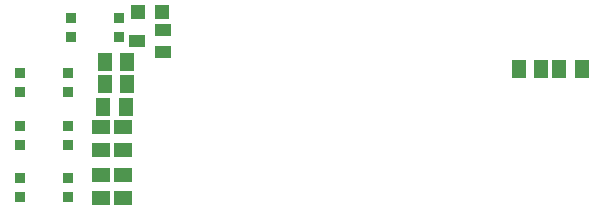
<source format=gbr>
G04 EAGLE Gerber RS-274X export*
G75*
%MOMM*%
%FSLAX34Y34*%
%LPD*%
%INSolderpaste Top*%
%IPPOS*%
%AMOC8*
5,1,8,0,0,1.08239X$1,22.5*%
G01*
%ADD10R,1.500000X1.240000*%
%ADD11R,1.240000X1.500000*%
%ADD12R,0.900000X0.900000*%
%ADD13R,1.400000X1.000000*%
%ADD14R,1.200000X1.300000*%


D10*
X110490Y80620D03*
X110490Y61620D03*
X91440Y80620D03*
X91440Y61620D03*
X91440Y102260D03*
X91440Y121260D03*
D11*
X94640Y176530D03*
X113640Y176530D03*
X94640Y157480D03*
X113640Y157480D03*
D10*
X110490Y102260D03*
X110490Y121260D03*
D12*
X65860Y197740D03*
X65860Y213740D03*
X106860Y213740D03*
X106860Y197740D03*
X22680Y150750D03*
X22680Y166750D03*
X63680Y166750D03*
X63680Y150750D03*
X63680Y77850D03*
X63680Y61850D03*
X22680Y61850D03*
X22680Y77850D03*
X63680Y122300D03*
X63680Y106300D03*
X22680Y106300D03*
X22680Y122300D03*
D11*
X498450Y170180D03*
X479450Y170180D03*
X445160Y170180D03*
X464160Y170180D03*
X112370Y138430D03*
X93370Y138430D03*
D13*
X122350Y194310D03*
X144350Y203810D03*
X144350Y184810D03*
D14*
X143510Y218440D03*
X123190Y218440D03*
M02*

</source>
